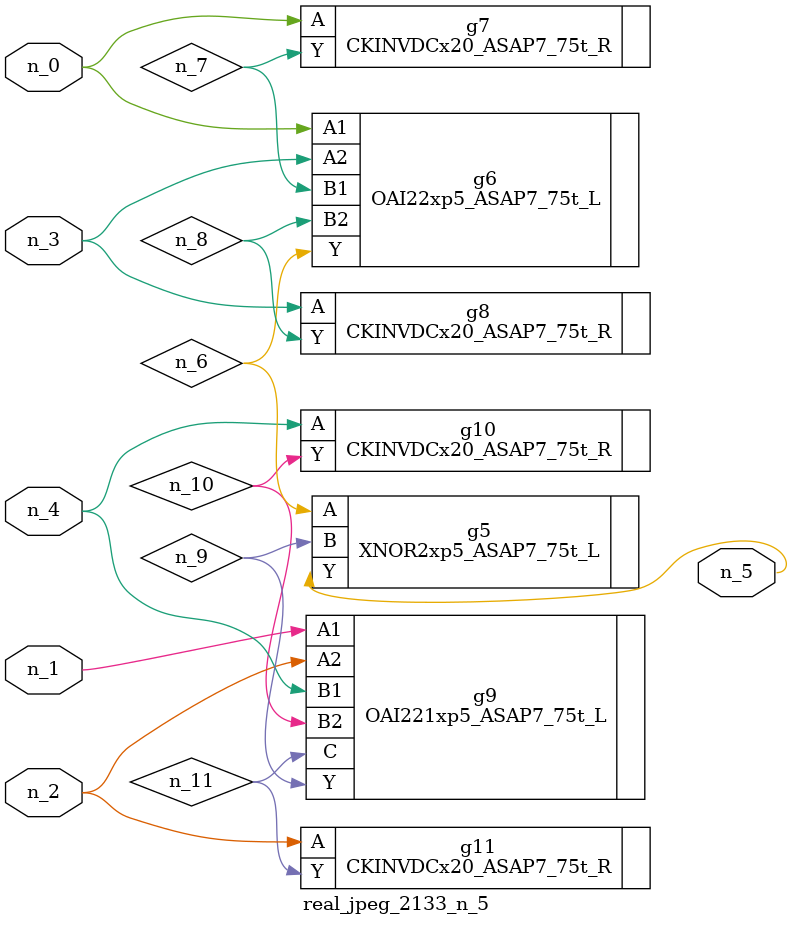
<source format=v>
module real_jpeg_2133_n_5 (n_4, n_0, n_1, n_2, n_3, n_5);

input n_4;
input n_0;
input n_1;
input n_2;
input n_3;

output n_5;

wire n_8;
wire n_11;
wire n_6;
wire n_7;
wire n_10;
wire n_9;

OAI22xp5_ASAP7_75t_L g6 ( 
.A1(n_0),
.A2(n_3),
.B1(n_7),
.B2(n_8),
.Y(n_6)
);

CKINVDCx20_ASAP7_75t_R g7 ( 
.A(n_0),
.Y(n_7)
);

OAI221xp5_ASAP7_75t_L g9 ( 
.A1(n_1),
.A2(n_2),
.B1(n_4),
.B2(n_10),
.C(n_11),
.Y(n_9)
);

CKINVDCx20_ASAP7_75t_R g11 ( 
.A(n_2),
.Y(n_11)
);

CKINVDCx20_ASAP7_75t_R g8 ( 
.A(n_3),
.Y(n_8)
);

CKINVDCx20_ASAP7_75t_R g10 ( 
.A(n_4),
.Y(n_10)
);

XNOR2xp5_ASAP7_75t_L g5 ( 
.A(n_6),
.B(n_9),
.Y(n_5)
);


endmodule
</source>
